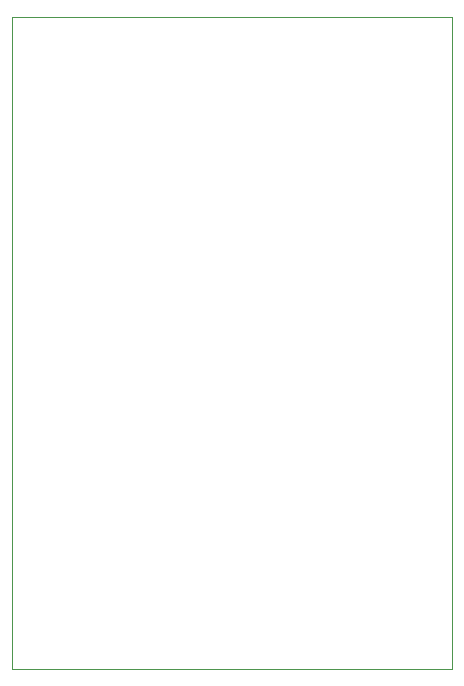
<source format=gm1>
G04 #@! TF.GenerationSoftware,KiCad,Pcbnew,6.0.1-79c1e3a40b~116~ubuntu20.04.1*
G04 #@! TF.CreationDate,2022-02-11T17:49:31+01:00*
G04 #@! TF.ProjectId,Feeder,46656564-6572-42e6-9b69-6361645f7063,rev?*
G04 #@! TF.SameCoordinates,Original*
G04 #@! TF.FileFunction,Profile,NP*
%FSLAX46Y46*%
G04 Gerber Fmt 4.6, Leading zero omitted, Abs format (unit mm)*
G04 Created by KiCad (PCBNEW 6.0.1-79c1e3a40b~116~ubuntu20.04.1) date 2022-02-11 17:49:31*
%MOMM*%
%LPD*%
G01*
G04 APERTURE LIST*
G04 #@! TA.AperFunction,Profile*
%ADD10C,0.100000*%
G04 #@! TD*
G04 APERTURE END LIST*
D10*
X48200000Y-21000000D02*
X85500000Y-21000000D01*
X85500000Y-21000000D02*
X85500000Y-76200000D01*
X85500000Y-76200000D02*
X48200000Y-76200000D01*
X48200000Y-76200000D02*
X48200000Y-21000000D01*
M02*

</source>
